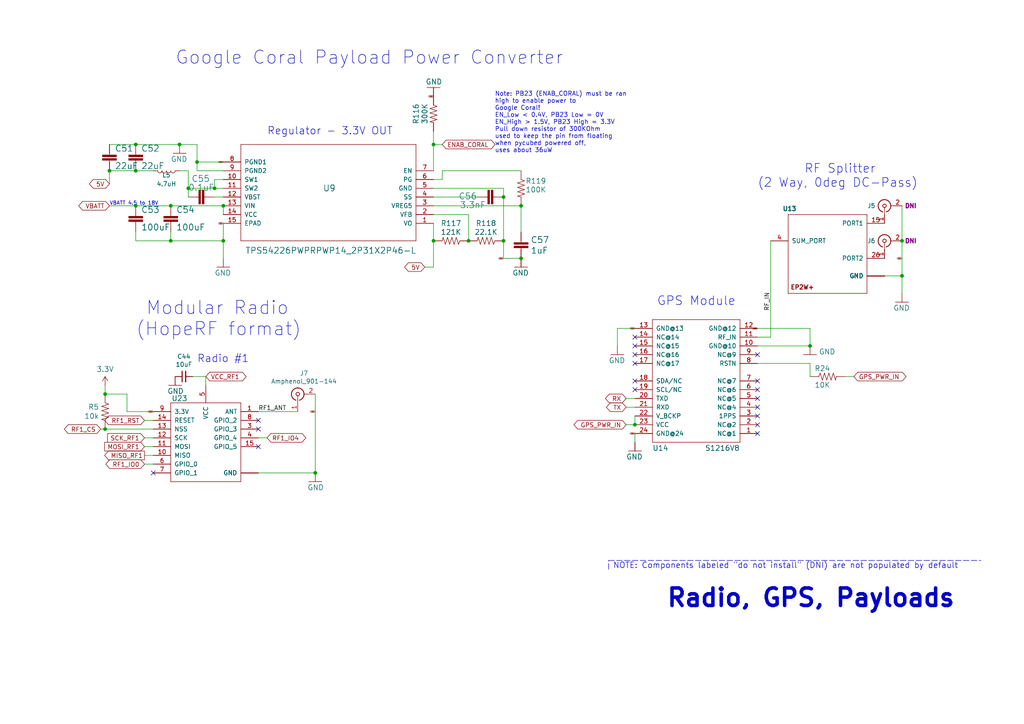
<source format=kicad_sch>
(kicad_sch (version 20211123) (generator eeschema)
  (paper "A4")
  (title_block (title "PyCubed Mainboard") (date "2021-06-09") (rev "v05c") (company "Max Holliday"))
  (lib_symbols
    (symbol "Connector:Conn_Coaxial" (pin_names (offset 1.016) hide)
      (property "Reference" "J" (at 0.254 3.048 0))
      (property "Value" "Conn_Coaxial" (at 2.921 0 90))
      (symbol "Conn_Coaxial_0_1"
        (arc (start -1.778 -0.508) (mid 0.2311 -1.8066) (end 1.778 0) (stroke (width 0.254)))
        (polyline (pts (xy -2.54 0) (xy -0.508 0)))
        (polyline (pts (xy 0 -2.54) (xy 0 -1.778)))
        (circle (center 0 0) (radius 0.508) (stroke (width 0.2032)))
        (arc (start 1.778 0) (mid 0.2099 1.8101) (end -1.778 0.508) (stroke (width 0.254)))
      )
      (symbol "Conn_Coaxial_1_1"
        (pin passive line (at -5.08 0 0) (length 2.54) (name "In") (number "1"))
        (pin passive line (at 0 -5.08 90) (length 2.54) (name "Ext") (number "2"))
      )
    )
    (symbol "Device:C_Small" (pin_numbers hide) (pin_names (offset 0.254) hide)
      (property "Reference" "C" (at 0.254 1.778 0))
      (property "Value" "C_Small" (at 0.254 -2.032 0))
      (symbol "C_Small_0_1"
        (polyline (pts (xy -1.524 -0.508) (xy 1.524 -0.508)) (stroke (width 0.3302)))
        (polyline (pts (xy -1.524 0.508) (xy 1.524 0.508)) (stroke (width 0.3048)))
      )
      (symbol "C_Small_1_1"
        (pin passive line (at 0 2.54 270) (length 2.032) (name "~") (number "1"))
        (pin passive line (at 0 -2.54 90) (length 2.032) (name "~") (number "2"))
      )
    )
    (symbol "Device:L" (pin_numbers hide) (pin_names (offset 1.016) hide)
      (property "Reference" "L" (at -1.27 0 90))
      (property "Value" "L" (at 1.905 0 90))
      (symbol "L_0_1"
        (arc (start 0 -2.54) (mid 0.635 -1.905) (end 0 -1.27))
        (arc (start 0 -1.27) (mid 0.635 -0.635) (end 0 0))
        (arc (start 0 0) (mid 0.635 0.635) (end 0 1.27))
        (arc (start 0 1.27) (mid 0.635 1.905) (end 0 2.54))
      )
      (symbol "L_1_1"
        (pin passive line (at 0 3.81 270) (length 1.27) (name "1") (number "1"))
        (pin passive line (at 0 -3.81 90) (length 1.27) (name "2") (number "2"))
      )
    )
    (symbol "mainboard:1.0UF-0603-16V-10%" (pin_names (offset 1.016))
      (property "Reference" "C" (at 1.524 2.921 0))
      (property "Value" "1.0UF-0603-16V-10%" (at 1.524 -2.159 0))
      (symbol "1.0UF-0603-16V-10%_1_0"
        (rectangle (start -2.032 0.508) (end 2.032 1.016) (fill (type outline)))
        (rectangle (start -2.032 1.524) (end 2.032 2.032) (fill (type outline)))
        (polyline (pts (xy 0 0) (xy 0 0.508)))
        (polyline (pts (xy 0 2.54) (xy 0 2.032)))
        (pin passive line (at 0 5.08 270) (length 2.54) (name "1") (number "1"))
        (pin passive line (at 0 -2.54 90) (length 2.54) (name "2") (number "2"))
      )
    )
    (symbol "mainboard:10KOHM-1_10W-1%(0603)0603" (pin_names (offset 1.016))
      (property "Reference" "R" (at -3.81 1.4986 0))
      (property "Value" "10KOHM-1_10W-1%(0603)0603" (at -3.81 -3.302 0))
      (symbol "10KOHM-1_10W-1%(0603)0603_1_0"
        (polyline (pts (xy -2.54 0) (xy -2.159 1.016)))
        (polyline (pts (xy -2.159 1.016) (xy -1.524 -1.016)))
        (polyline (pts (xy -1.524 -1.016) (xy -0.889 1.016)))
        (polyline (pts (xy -0.889 1.016) (xy -0.254 -1.016)))
        (polyline (pts (xy -0.254 -1.016) (xy 0.381 1.016)))
        (polyline (pts (xy 0.381 1.016) (xy 1.016 -1.016)))
        (polyline (pts (xy 1.016 -1.016) (xy 1.651 1.016)))
        (polyline (pts (xy 1.651 1.016) (xy 2.286 -1.016)))
        (polyline (pts (xy 2.286 -1.016) (xy 2.54 0)))
        (pin passive line (at -5.08 0 0) (length 2.54) (name "1") (number "1"))
        (pin passive line (at 5.08 0 180) (length 2.54) (name "2") (number "2"))
      )
    )
    (symbol "mainboard:22UF-0805-6.3V-20%" (pin_names (offset 1.016))
      (property "Reference" "C" (at 1.524 2.921 0))
      (property "Value" "22UF-0805-6.3V-20%" (at 1.524 -2.159 0))
      (symbol "22UF-0805-6.3V-20%_1_0"
        (rectangle (start -2.032 0.508) (end 2.032 1.016) (fill (type outline)))
        (rectangle (start -2.032 1.524) (end 2.032 2.032) (fill (type outline)))
        (polyline (pts (xy 0 0) (xy 0 0.508)))
        (polyline (pts (xy 0 2.54) (xy 0 2.032)))
        (pin passive line (at 0 5.08 270) (length 2.54) (name "1") (number "1"))
        (pin passive line (at 0 -2.54 90) (length 2.54) (name "2") (number "2"))
      )
    )
    (symbol "mainboard:22UF-1210-16V-20%" (pin_names (offset 1.016))
      (property "Reference" "C" (at 1.524 2.921 0))
      (property "Value" "22UF-1210-16V-20%" (at 1.524 -2.159 0))
      (symbol "22UF-1210-16V-20%_1_0"
        (rectangle (start -2.032 0.508) (end 2.032 1.016) (fill (type outline)))
        (rectangle (start -2.032 1.524) (end 2.032 2.032) (fill (type outline)))
        (polyline (pts (xy 0 0) (xy 0 0.508)))
        (polyline (pts (xy 0 2.54) (xy 0 2.032)))
        (pin passive line (at 0 5.08 270) (length 2.54) (name "1") (number "1"))
        (pin passive line (at 0 -2.54 90) (length 2.54) (name "2") (number "2"))
      )
    )
    (symbol "mainboard:3.3NF-0603-100V-10%" (pin_names (offset 1.016))
      (property "Reference" "C" (at 1.524 2.921 0))
      (property "Value" "3.3NF-0603-100V-10%" (at 1.524 -2.159 0))
      (symbol "3.3NF-0603-100V-10%_1_0"
        (rectangle (start -2.032 0.508) (end 2.032 1.016) (fill (type outline)))
        (rectangle (start -2.032 1.524) (end 2.032 2.032) (fill (type outline)))
        (polyline (pts (xy 0 0) (xy 0 0.508)))
        (polyline (pts (xy 0 2.54) (xy 0 2.032)))
        (pin passive line (at 0 5.08 270) (length 2.54) (name "1") (number "1"))
        (pin passive line (at 0 -2.54 90) (length 2.54) (name "2") (number "2"))
      )
    )
    (symbol "mainboard:3.3V" (power) (pin_names (offset 1.016))
      (property "Value" "3.3V" (at -1.016 3.556 0))
      (symbol "3.3V_1_0"
        (polyline (pts (xy 0 2.54) (xy -0.762 1.27)))
        (polyline (pts (xy 0.762 1.27) (xy 0 2.54)))
        (pin power_in line (at 0 0 90) (length 2.54) (name "3.3V") (number "1"))
      )
    )
    (symbol "mainboard:EP2W+" (pin_names (offset 1.016))
      (property "Reference" "U" (at -7.62 10.16 0))
      (symbol "EP2W+_1_0"
        (polyline (pts (xy -12.7 -15.24) (xy -12.7 7.62)))
        (polyline (pts (xy -12.7 7.62) (xy 10.16 7.62)))
        (polyline (pts (xy 10.16 -15.24) (xy -12.7 -15.24)))
        (polyline (pts (xy 10.16 7.62) (xy 10.16 -15.24)))
        (text "EP2W+" (at -5.08 -12.7 0) (effects (font (size 1.27 1.27) bold) (justify right top)))
        (pin bidirectional line (at 15.24 -10.16 180) (length 5.08) (name "GND") (number "1"))
        (pin bidirectional line (at 15.24 -10.16 180) (length 5.08) (name "GND") (number "10"))
        (pin bidirectional line (at 15.24 -10.16 180) (length 5.08) (name "GND") (number "11"))
        (pin bidirectional line (at 15.24 -10.16 180) (length 5.08) (name "GND") (number "12"))
        (pin bidirectional line (at 15.24 -10.16 180) (length 5.08) (name "GND") (number "13"))
        (pin bidirectional line (at 15.24 -10.16 180) (length 5.08) (name "GND") (number "14"))
        (pin bidirectional line (at 15.24 5.08 180) (length 5.08) (name "PORT1") (number "15"))
        (pin bidirectional line (at 15.24 -10.16 180) (length 5.08) (name "GND") (number "16"))
        (pin bidirectional line (at 15.24 -10.16 180) (length 5.08) (name "GND") (number "17"))
        (pin bidirectional line (at 15.24 -10.16 180) (length 5.08) (name "GND") (number "18"))
        (pin bidirectional line (at 15.24 -10.16 180) (length 5.08) (name "GND") (number "19"))
        (pin bidirectional line (at 15.24 -10.16 180) (length 5.08) (name "GND") (number "2"))
        (pin bidirectional line (at 15.24 -10.16 180) (length 5.08) (name "GND") (number "20"))
        (pin bidirectional line (at 15.24 -10.16 180) (length 5.08) (name "GND") (number "21"))
        (pin bidirectional line (at 15.24 -10.16 180) (length 5.08) (name "GND") (number "22"))
        (pin bidirectional line (at 15.24 -10.16 180) (length 5.08) (name "GND") (number "23"))
        (pin bidirectional line (at 15.24 -10.16 180) (length 5.08) (name "GND") (number "24"))
        (pin bidirectional line (at 15.24 -10.16 180) (length 5.08) (name "GND") (number "25"))
        (pin bidirectional line (at 15.24 -5.08 180) (length 5.08) (name "PORT2") (number "26"))
        (pin bidirectional line (at 15.24 -10.16 180) (length 5.08) (name "GND") (number "27"))
        (pin bidirectional line (at 15.24 -10.16 180) (length 5.08) (name "GND") (number "28"))
        (pin bidirectional line (at 15.24 -10.16 180) (length 5.08) (name "GND") (number "29"))
        (pin bidirectional line (at 15.24 -10.16 180) (length 5.08) (name "GND") (number "3"))
        (pin bidirectional line (at 15.24 -10.16 180) (length 5.08) (name "GND") (number "30"))
        (pin bidirectional line (at 15.24 -10.16 180) (length 5.08) (name "GND") (number "31"))
        (pin bidirectional line (at 15.24 -10.16 180) (length 5.08) (name "GND") (number "32"))
        (pin bidirectional line (at -17.78 0 0) (length 5.08) (name "SUM_PORT") (number "4"))
        (pin bidirectional line (at 15.24 -10.16 180) (length 5.08) (name "GND") (number "5"))
        (pin bidirectional line (at 15.24 -10.16 180) (length 5.08) (name "GND") (number "6"))
        (pin bidirectional line (at 15.24 -10.16 180) (length 5.08) (name "GND") (number "7"))
        (pin bidirectional line (at 15.24 -10.16 180) (length 5.08) (name "GND") (number "8"))
        (pin bidirectional line (at 15.24 -10.16 180) (length 5.08) (name "GND") (number "9"))
        (pin bidirectional line (at 15.24 -10.16 180) (length 5.08) (name "GND") (number "EP"))
      )
    )
    (symbol "mainboard:GND" (power) (pin_names (offset 1.016))
      (property "Value" "GND" (at -2.54 -2.54 0))
      (symbol "GND_1_0"
        (polyline (pts (xy -1.905 0) (xy 1.905 0)))
        (pin power_in line (at 0 2.54 270) (length 2.54) (name "GND") (number "1"))
      )
    )
    (symbol "mainboard:R-US_R0603" (pin_names (offset 1.016))
      (property "Reference" "R" (at -3.81 1.4986 0))
      (property "Value" "R-US_R0603" (at -3.81 -3.302 0))
      (symbol "R-US_R0603_1_0"
        (polyline (pts (xy -2.54 0) (xy -2.159 1.016)))
        (polyline (pts (xy -2.159 1.016) (xy -1.524 -1.016)))
        (polyline (pts (xy -1.524 -1.016) (xy -0.889 1.016)))
        (polyline (pts (xy -0.889 1.016) (xy -0.254 -1.016)))
        (polyline (pts (xy -0.254 -1.016) (xy 0.381 1.016)))
        (polyline (pts (xy 0.381 1.016) (xy 1.016 -1.016)))
        (polyline (pts (xy 1.016 -1.016) (xy 1.651 1.016)))
        (polyline (pts (xy 1.651 1.016) (xy 2.286 -1.016)))
        (polyline (pts (xy 2.286 -1.016) (xy 2.54 0)))
        (pin passive line (at -5.08 0 0) (length 2.54) (name "1") (number "1"))
        (pin passive line (at 5.08 0 180) (length 2.54) (name "2") (number "2"))
      )
    )
    (symbol "mainboard:RFM98PW" (pin_names (offset 1.016))
      (property "Reference" "U" (at -7.62 10.16 0))
      (symbol "RFM98PW_0_0"
        (pin bidirectional line (at 17.78 -10.16 180) (length 5.08) hide (name "GND") (number "17"))
        (pin bidirectional line (at 2.54 15.24 270) (length 5.08) (name "VCC") (number "5"))
      )
      (symbol "RFM98PW_1_0"
        (polyline (pts (xy -7.62 -12.7) (xy -7.62 10.16)))
        (polyline (pts (xy -7.62 10.16) (xy 12.7 10.16)))
        (polyline (pts (xy 12.7 -12.7) (xy -7.62 -12.7)))
        (polyline (pts (xy 12.7 10.16) (xy 12.7 -12.7)))
        (pin bidirectional line (at 17.78 7.62 180) (length 5.08) (name "ANT") (number "1"))
        (pin bidirectional line (at -12.7 -5.08 0) (length 5.08) (name "MISO") (number "10"))
        (pin bidirectional line (at -12.7 -2.54 0) (length 5.08) (name "MOSI") (number "11"))
        (pin bidirectional line (at -12.7 0 0) (length 5.08) (name "SCK") (number "12"))
        (pin bidirectional line (at -12.7 2.54 0) (length 5.08) (name "NSS") (number "13"))
        (pin bidirectional line (at -12.7 5.08 0) (length 5.08) (name "RESET") (number "14"))
        (pin bidirectional line (at 17.78 -2.54 180) (length 5.08) (name "GPIO_5") (number "15"))
        (pin bidirectional line (at 17.78 -10.16 180) (length 5.08) (name "GND") (number "16"))
        (pin bidirectional line (at 17.78 -10.16 180) (length 5.08) (name "GND") (number "2"))
        (pin bidirectional line (at 17.78 2.54 180) (length 5.08) (name "GPIO_3") (number "3"))
        (pin bidirectional line (at 17.78 0 180) (length 5.08) (name "GPIO_4") (number "4"))
        (pin bidirectional line (at -12.7 -7.62 0) (length 5.08) (name "GPIO_0") (number "6"))
        (pin bidirectional line (at -12.7 -10.16 0) (length 5.08) (name "GPIO_1") (number "7"))
        (pin bidirectional line (at 17.78 5.08 180) (length 5.08) (name "GPIO_2") (number "8"))
        (pin power_in line (at -12.7 7.62 0) (length 5.08) (name "3.3V") (number "9"))
      )
    )
    (symbol "mainboard:S1216V8" (pin_names (offset 1.016))
      (property "Reference" "U14" (at -12.7 -20.32 0))
      (property "Value" "S1216V8" (at 2.54 -20.32 0))
      (symbol "S1216V8_1_0"
        (polyline (pts (xy -12.7 -17.78) (xy 12.7 -17.78)))
        (polyline (pts (xy -12.7 17.78) (xy -12.7 -17.78)))
        (polyline (pts (xy 12.7 -17.78) (xy 12.7 17.78)))
        (polyline (pts (xy 12.7 17.78) (xy -12.7 17.78)))
        (pin bidirectional line (at 17.78 -15.24 180) (length 5.08) (name "NC@1") (number "1"))
        (pin bidirectional line (at 17.78 10.16 180) (length 5.08) (name "GND@10") (number "10"))
        (pin bidirectional line (at 17.78 12.7 180) (length 5.08) (name "RF_IN") (number "11"))
        (pin bidirectional line (at 17.78 15.24 180) (length 5.08) (name "GND@12") (number "12"))
        (pin bidirectional line (at -17.78 15.24 0) (length 5.08) (name "GND@13") (number "13"))
        (pin bidirectional line (at -17.78 12.7 0) (length 5.08) (name "NC@14") (number "14"))
        (pin bidirectional line (at -17.78 10.16 0) (length 5.08) (name "NC@15") (number "15"))
        (pin bidirectional line (at -17.78 7.62 0) (length 5.08) (name "NC@16") (number "16"))
        (pin bidirectional line (at -17.78 5.08 0) (length 5.08) (name "NC@17") (number "17"))
        (pin bidirectional line (at -17.78 0 0) (length 5.08) (name "SDA/NC") (number "18"))
        (pin bidirectional line (at -17.78 -2.54 0) (length 5.08) (name "SCL/NC") (number "19"))
        (pin bidirectional line (at 17.78 -12.7 180) (length 5.08) (name "NC@2") (number "2"))
        (pin bidirectional line (at -17.78 -5.08 0) (length 5.08) (name "TXD") (number "20"))
        (pin bidirectional line (at -17.78 -7.62 0) (length 5.08) (name "RXD") (number "21"))
        (pin bidirectional line (at -17.78 -10.16 0) (length 5.08) (name "V_BCKP") (number "22"))
        (pin bidirectional line (at -17.78 -12.7 0) (length 5.08) (name "VCC") (number "23"))
        (pin bidirectional line (at -17.78 -15.24 0) (length 5.08) (name "GND@24") (number "24"))
        (pin bidirectional line (at 17.78 -10.16 180) (length 5.08) (name "1PPS") (number "3"))
        (pin bidirectional line (at 17.78 -7.62 180) (length 5.08) (name "NC@4") (number "4"))
        (pin bidirectional line (at 17.78 -5.08 180) (length 5.08) (name "NC@5") (number "5"))
        (pin bidirectional line (at 17.78 -2.54 180) (length 5.08) (name "NC@6") (number "6"))
        (pin bidirectional line (at 17.78 0 180) (length 5.08) (name "NC@7") (number "7"))
        (pin bidirectional line (at 17.78 5.08 180) (length 5.08) (name "RSTN") (number "8"))
        (pin bidirectional line (at 17.78 7.62 180) (length 5.08) (name "NC@9") (number "9"))
      )
    )
    (symbol "mainboard:TPS54226PWPRPWP14_2P31X2P46-L" (pin_names (offset 1.016))
      (property "Reference" "U" (at 28.2956 9.1186 0))
      (property "Value" "TPS54226PWPRPWP14_2P31X2P46-L" (at 27.6606 6.5786 0))
      (symbol "TPS54226PWPRPWP14_2P31X2P46-L_1_0"
        (polyline (pts (xy 7.62 -22.86) (xy 58.42 -22.86)))
        (polyline (pts (xy 7.62 5.08) (xy 7.62 -22.86)))
        (polyline (pts (xy 58.42 -22.86) (xy 58.42 5.08)))
        (polyline (pts (xy 58.42 5.08) (xy 7.62 5.08)))
        (pin output line (at 2.54 0 0) (length 5.08) (name "VO") (number "1"))
        (pin passive line (at 63.5 -12.7 180) (length 5.08) (name "SW1") (number "10"))
        (pin passive line (at 63.5 -10.16 180) (length 5.08) (name "SW2") (number "11"))
        (pin input line (at 63.5 -7.62 180) (length 5.08) (name "VBST") (number "12"))
        (pin input line (at 63.5 -5.08 180) (length 5.08) (name "VIN") (number "13"))
        (pin input line (at 63.5 -2.54 180) (length 5.08) (name "VCC") (number "14"))
        (pin passive line (at 63.5 0 180) (length 5.08) (name "EPAD") (number "15"))
        (pin input line (at 2.54 -2.54 0) (length 5.08) (name "VFB") (number "2"))
        (pin output line (at 2.54 -5.08 0) (length 5.08) (name "VREG5") (number "3"))
        (pin passive line (at 2.54 -7.62 0) (length 5.08) (name "SS") (number "4"))
        (pin power_in line (at 2.54 -10.16 0) (length 5.08) (name "GND") (number "5"))
        (pin output line (at 2.54 -12.7 0) (length 5.08) (name "PG") (number "6"))
        (pin input line (at 2.54 -15.24 0) (length 5.08) (name "EN") (number "7"))
        (pin power_in line (at 63.5 -17.78 180) (length 5.08) (name "PGND1") (number "8"))
        (pin power_in line (at 63.5 -15.24 180) (length 5.08) (name "PGND2") (number "9"))
      )
    )
  )
  (junction (at 30.48 114.3))
  (junction (at 91.44 137.16))
  (junction (at 49.53 59.69))
  (junction (at 261.62 69.85))
  (junction (at 31.75 49.53))
  (junction (at 234.95 100.33))
  (junction (at 39.37 41.91))
  (junction (at 135.89 69.85))
  (junction (at 64.77 59.69))
  (junction (at 125.73 41.91))
  (junction (at 52.07 41.91))
  (junction (at 30.48 124.46))
  (junction (at 151.13 59.69))
  (junction (at 184.15 123.19))
  (junction (at 146.05 57.15))
  (junction (at 54.61 54.61))
  (junction (at 39.37 49.53))
  (junction (at 151.13 74.93))
  (junction (at 39.37 59.69))
  (junction (at 64.77 69.85))
  (junction (at 49.53 69.85))
  (junction (at 62.23 54.61))
  (junction (at 57.15 46.99))
  (junction (at 261.62 80.01))
  (junction (at 146.05 69.85))
  (junction (at 125.73 69.85))
  (no_connect (at 74.93 129.54))
  (no_connect (at 219.71 102.87))
  (no_connect (at 44.45 137.16))
  (no_connect (at 74.93 124.46))
  (no_connect (at 184.15 113.03))
  (no_connect (at 219.71 118.11))
  (no_connect (at 184.15 100.33))
  (no_connect (at 219.71 120.65))
  (no_connect (at 74.93 121.92))
  (no_connect (at 219.71 125.73))
  (no_connect (at 219.71 113.03))
  (no_connect (at 184.15 110.49))
  (no_connect (at 184.15 97.79))
  (no_connect (at 219.71 110.49))
  (no_connect (at 184.15 102.87))
  (no_connect (at 219.71 115.57))
  (no_connect (at 184.15 105.41))
  (no_connect (at 219.71 123.19))
  (wire (pts (xy 125.73 41.91) (xy 128.27 41.91)))
  (wire (pts (xy 64.77 69.85) (xy 64.77 74.93)))
  (wire (pts (xy 74.93 137.16) (xy 91.44 137.16)))
  (wire (pts (xy 52.07 49.53) (xy 54.61 49.53)))
  (wire (pts (xy 261.62 80.01) (xy 261.62 85.09)))
  (wire (pts (xy 151.13 49.53) (xy 128.27 49.53)))
  (wire (pts (xy 135.89 62.23) (xy 135.89 69.85)))
  (wire (pts (xy 57.15 49.53) (xy 64.77 49.53)))
  (wire (pts (xy 29.21 124.46) (xy 30.48 124.46)))
  (wire (pts (xy 39.37 49.53) (xy 44.45 49.53)))
  (wire (pts (xy 36.83 119.38) (xy 36.83 114.3)))
  (wire (pts (xy 184.15 123.19) (xy 184.15 120.65)))
  (wire (pts (xy 125.73 38.1) (xy 125.73 41.91)))
  (wire (pts (xy 261.62 59.69) (xy 261.62 69.85)))
  (wire (pts (xy 30.48 114.3) (xy 30.48 111.76)))
  (wire (pts (xy 256.54 80.01) (xy 261.62 80.01)))
  (wire (pts (xy 184.15 118.11) (xy 181.61 118.11)))
  (wire (pts (xy 184.15 123.19) (xy 181.61 123.19)))
  (wire (pts (xy 146.05 74.93) (xy 146.05 69.85)))
  (wire (pts (xy 125.73 57.15) (xy 138.43 57.15)))
  (wire (pts (xy 54.61 54.61) (xy 54.61 49.53)))
  (wire (pts (xy 234.95 100.33) (xy 219.71 100.33)))
  (wire (pts (xy 39.37 59.69) (xy 49.53 59.69)))
  (wire (pts (xy 62.23 54.61) (xy 54.61 54.61)))
  (wire (pts (xy 39.37 41.91) (xy 52.07 41.91)))
  (polyline (pts (xy 176.53 162.56) (xy 284.48 162.56)))
  (wire (pts (xy 49.53 69.85) (xy 64.77 69.85)))
  (wire (pts (xy 30.48 124.46) (xy 44.45 124.46)))
  (wire (pts (xy 125.73 59.69) (xy 151.13 59.69)))
  (wire (pts (xy 223.52 69.85) (xy 223.52 97.79)))
  (wire (pts (xy 151.13 59.69) (xy 151.13 67.31)))
  (wire (pts (xy 59.69 109.22) (xy 55.88 109.22)))
  (wire (pts (xy 62.23 54.61) (xy 62.23 52.07)))
  (wire (pts (xy 52.07 41.91) (xy 57.15 41.91)))
  (wire (pts (xy 77.47 127) (xy 74.93 127)))
  (wire (pts (xy 31.75 49.53) (xy 39.37 49.53)))
  (wire (pts (xy 245.11 109.22) (xy 247.65 109.22)))
  (wire (pts (xy 184.15 95.25) (xy 179.07 95.25)))
  (wire (pts (xy 219.71 105.41) (xy 234.95 105.41)))
  (wire (pts (xy 54.61 57.15) (xy 54.61 54.61)))
  (wire (pts (xy 39.37 69.85) (xy 49.53 69.85)))
  (wire (pts (xy 59.69 109.22) (xy 59.69 111.76)))
  (wire (pts (xy 128.27 52.07) (xy 125.73 52.07)))
  (wire (pts (xy 64.77 54.61) (xy 62.23 54.61)))
  (wire (pts (xy 125.73 62.23) (xy 135.89 62.23)))
  (wire (pts (xy 31.75 41.91) (xy 39.37 41.91)))
  (wire (pts (xy 41.91 134.62) (xy 44.45 134.62)))
  (wire (pts (xy 57.15 46.99) (xy 57.15 49.53)))
  (wire (pts (xy 74.93 119.38) (xy 86.36 119.38)))
  (wire (pts (xy 125.73 77.47) (xy 123.19 77.47)))
  (wire (pts (xy 64.77 52.07) (xy 62.23 52.07)))
  (wire (pts (xy 49.53 59.69) (xy 64.77 59.69)))
  (wire (pts (xy 184.15 115.57) (xy 181.61 115.57)))
  (wire (pts (xy 49.53 69.85) (xy 49.53 67.31)))
  (wire (pts (xy 146.05 74.93) (xy 151.13 74.93)))
  (wire (pts (xy 125.73 49.53) (xy 125.73 41.91)))
  (wire (pts (xy 44.45 129.54) (xy 41.91 129.54)))
  (wire (pts (xy 44.45 121.92) (xy 41.91 121.92)))
  (wire (pts (xy 146.05 54.61) (xy 146.05 57.15)))
  (wire (pts (xy 219.71 95.25) (xy 234.95 95.25)))
  (wire (pts (xy 146.05 57.15) (xy 146.05 69.85)))
  (wire (pts (xy 44.45 119.38) (xy 36.83 119.38)))
  (wire (pts (xy 64.77 64.77) (xy 64.77 69.85)))
  (wire (pts (xy 36.83 114.3) (xy 30.48 114.3)))
  (wire (pts (xy 44.45 132.08) (xy 41.91 132.08)))
  (wire (pts (xy 128.27 49.53) (xy 128.27 52.07)))
  (wire (pts (xy 234.95 95.25) (xy 234.95 100.33)))
  (wire (pts (xy 219.71 97.79) (xy 223.52 97.79)))
  (wire (pts (xy 39.37 59.69) (xy 31.75 59.69)))
  (wire (pts (xy 64.77 57.15) (xy 62.23 57.15)))
  (wire (pts (xy 57.15 41.91) (xy 57.15 46.99)))
  (wire (pts (xy 125.73 64.77) (xy 125.73 69.85)))
  (wire (pts (xy 44.45 127) (xy 41.91 127)))
  (wire (pts (xy 39.37 69.85) (xy 39.37 67.31)))
  (wire (pts (xy 125.73 54.61) (xy 146.05 54.61)))
  (wire (pts (xy 64.77 46.99) (xy 57.15 46.99)))
  (wire (pts (xy 179.07 95.25) (xy 179.07 100.33)))
  (wire (pts (xy 91.44 114.3) (xy 91.44 137.16)))
  (wire (pts (xy 64.77 62.23) (xy 64.77 59.69)))
  (wire (pts (xy 125.73 69.85) (xy 125.73 77.47)))
  (wire (pts (xy 234.95 105.41) (xy 234.95 109.22)))
  (polyline (pts (xy 176.53 165.1) (xy 176.53 162.56)))
  (wire (pts (xy 31.75 53.34) (xy 31.75 49.53)))
  (wire (pts (xy 184.15 125.73) (xy 184.15 128.27)))
  (wire (pts (xy 261.62 69.85) (xy 261.62 80.01)))
  (text "GPS Module" (at 190.5 88.9 0) (effects (font (size 2.54 2.54)) (justify left bottom)))
  (text "Radio #1" (at 57.15 105.41 0) (effects (font (size 2.159 2.159)) (justify left bottom)))
  (text "VBATT 4.5 to 18V" (at 31.75 59.69 0) (effects (font (size 1.0668 1.0668)) (justify left bottom)))
  (text "Note: PB23 (ENAB_CORAL) must be ran \nhigh to enable power to \nGoogle Coral!\nEN_Low < 0.4V, PB23 Low = 0V\nEN_High > 1.5V, PB23 High = 3.3V\nPull down resistor of 300KOhm \nused to keep the pin from floating\nwhen pycubed powered off, \nuses about 36uW " (at 143.51 44.45 0) (effects (font (size 1.27 1.27)) (justify left bottom)))
  (text " Modular Radio \n(HopeRF format)" (at 39.37 97.79 0) (effects (font (size 3.81 3.81)) (justify left bottom)))
  (text "       RF Splitter \n(2 Way, 0deg DC-Pass)" (at 219.71 54.61 0) (effects (font (size 2.54 2.54)) (justify left bottom)))
  (text "Google Coral Payload Power Converter" (at 50.8 19.05 0) (effects (font (size 3.81 3.81)) (justify left bottom)))
  (text "NOTE: Components labeled \"do not install\" (DNI) are not populated by default" (at 177.8 165.1 0) (effects (font (size 1.651 1.651)) (justify left bottom)))
  (text "Regulator - 3.3V OUT" (at 77.47 39.37 0) (effects (font (size 2.159 2.159)) (justify left bottom)))
  (text "Radio, GPS, Payloads" (at 193.04 176.53 0) (effects (font (size 5.08 5.08) (thickness 1.016) bold) (justify left bottom)))
  (label "RF_IN" (at 223.52 90.17 90))
  (label "RF1_ANT" (at 74.93 119.38 0))
  (global_label "RF1_IO4" (shape bidirectional) (at 77.47 127 0) (property "Intersheet References" "${INTERSHEET_REFS}" (effects hide)))
  (global_label "GND" (shape bidirectional) (at 261.62 74.93 180) (effects (font (size 0.254 0.254))) (property "Intersheet References" "${INTERSHEET_REFS}" (effects hide)))
  (global_label "GND" (shape bidirectional) (at 64.77 64.77 180) (effects (font (size 0.254 0.254))) (property "Intersheet References" "${INTERSHEET_REFS}" (effects hide)))
  (global_label "RX" (shape bidirectional) (at 181.61 115.57 180) (property "Intersheet References" "${INTERSHEET_REFS}" (effects hide)))
  (global_label "MOSI_RF1" (shape input) (at 41.91 129.54 180) (property "Intersheet References" "${INTERSHEET_REFS}" (effects hide)))
  (global_label "TX" (shape bidirectional) (at 181.61 118.11 180) (property "Intersheet References" "${INTERSHEET_REFS}" (effects hide)))
  (global_label "RF1_IO0" (shape bidirectional) (at 41.91 134.62 180) (property "Intersheet References" "${INTERSHEET_REFS}" (effects hide)))
  (global_label "GND" (shape bidirectional) (at 219.71 95.25 180) (effects (font (size 0.254 0.254))) (property "Intersheet References" "${INTERSHEET_REFS}" (effects hide)))
  (global_label "GND" (shape bidirectional) (at 125.73 27.94 180) (effects (font (size 0.254 0.254))) (property "Intersheet References" "${INTERSHEET_REFS}" (effects hide)))
  (global_label "VCC_RF1" (shape bidirectional) (at 59.69 109.22 0) (property "Intersheet References" "${INTERSHEET_REFS}" (effects hide)))
  (global_label "RF1_RST" (shape bidirectional) (at 41.91 121.92 180) (property "Intersheet References" "${INTERSHEET_REFS}" (effects hide)))
  (global_label "SCK_RF1" (shape input) (at 41.91 127 180) (property "Intersheet References" "${INTERSHEET_REFS}" (effects hide)))
  (global_label "GPS_PWR_IN" (shape bidirectional) (at 181.61 123.19 180) (property "Intersheet References" "${INTERSHEET_REFS}" (effects hide)))
  (global_label "GND" (shape bidirectional) (at 64.77 46.99 180) (effects (font (size 0.254 0.254))) (property "Intersheet References" "${INTERSHEET_REFS}" (effects hide)))
  (global_label "GND" (shape bidirectional) (at 91.44 119.38 180) (effects (font (size 0.254 0.254))) (property "Intersheet References" "${INTERSHEET_REFS}" (effects hide)))
  (global_label "5V" (shape bidirectional) (at 31.75 53.34 180) (property "Intersheet References" "${INTERSHEET_REFS}" (effects hide)))
  (global_label "MISO_RF1" (shape output) (at 41.91 132.08 180) (property "Intersheet References" "${INTERSHEET_REFS}" (effects hide)))
  (global_label "VBATT" (shape bidirectional) (at 31.75 59.69 180) (property "Intersheet References" "${INTERSHEET_REFS}" (effects hide)))
  (global_label "5V" (shape bidirectional) (at 123.19 77.47 180) (property "Intersheet References" "${INTERSHEET_REFS}" (effects hide)))
  (global_label "RF1_CS" (shape bidirectional) (at 29.21 124.46 180) (property "Intersheet References" "${INTERSHEET_REFS}" (effects hide)))
  (global_label "GND" (shape bidirectional) (at 146.05 74.93 180) (effects (font (size 0.254 0.254))) (property "Intersheet References" "${INTERSHEET_REFS}" (effects hide)))
  (global_label "GND" (shape bidirectional) (at 184.15 125.73 180) (effects (font (size 0.254 0.254))) (property "Intersheet References" "${INTERSHEET_REFS}" (effects hide)))
  (global_label "GND" (shape bidirectional) (at 184.15 95.25 180) (effects (font (size 0.254 0.254))) (property "Intersheet References" "${INTERSHEET_REFS}" (effects hide)))
  (global_label "3.3V" (shape bidirectional) (at 44.45 119.38 180) (effects (font (size 0.254 0.254))) (property "Intersheet References" "${INTERSHEET_REFS}" (effects hide)))
  (global_label "ENAB_CORAL" (shape bidirectional) (at 128.27 41.91 0) (property "Intersheet References" "${INTERSHEET_REFS}" (effects hide)))
  (global_label "GPS_PWR_IN" (shape bidirectional) (at 247.65 109.22 0) (property "Intersheet References" "${INTERSHEET_REFS}" (effects hide)))
  (symbol (lib_id "mainboard:10KOHM-1_10W-1%(0603)0603") (at 240.03 109.22 0) (unit 1)
    (property "Reference" "R24" (at 236.22 107.7214 0) (effects (font (size 1.4986 1.4986)) (justify left bottom)))
    (property "Value" "10K" (at 236.22 112.522 0) (effects (font (size 1.4986 1.4986)) (justify left bottom)))
    (property "Footprint" "Resistor_SMD:R_0603_1608Metric" (effects hide))
    (property "Description" "10K 0603" (effects hide))
  )
  (symbol (lib_id "mainboard:GND") (at 261.62 87.63 0) (unit 1)
    (property "Reference" "#GND044" (effects hide))
    (property "Value" "GND" (at 259.08 90.17 0) (effects (font (size 1.4986 1.4986)) (justify left bottom)))
  )
  (symbol (lib_id "Connector:Conn_Coaxial") (at 256.54 59.69 90) (unit 1)
    (property "Reference" "J5" (at 252.73 59.69 90))
    (property "Value" "Amphenol_901-144" (effects hide))
    (property "Footprint" "mainboard:SMA_901-144-horizontal" (effects hide))
    (property "Datasheet" "https://www.amphenolrf.com/library/download/link/link_id/593640/parent/901-144/" (effects hide))
    (property "DNI" "DNI" (at 264.16 59.69 90) (effects (font bold)))
    (property "Description" "Amphenol RF SMA " (effects hide))
    (property "Flight" "901-144" (effects hide))
    (property "Manufacturer_Name" "Amphenol" (effects hide))
    (property "Manufacturer_Part_Number" "901-144" (effects hide))
    (property "Proto" "901-144" (effects hide))
  )
  (symbol (lib_id "Connector:Conn_Coaxial") (at 256.54 69.85 90) (unit 1)
    (property "Reference" "J6" (at 252.73 69.85 90))
    (property "Value" "Amphenol_901-144" (effects hide))
    (property "Footprint" "mainboard:SMA_901-144-horizontal" (effects hide))
    (property "Datasheet" "https://www.amphenolrf.com/library/download/link/link_id/593640/parent/901-144/" (effects hide))
    (property "DNI" "DNI" (at 264.16 69.85 90) (effects (font bold)))
    (property "Description" "Amphenol RF SMA " (effects hide))
    (property "Flight" "901-144" (effects hide))
    (property "Manufacturer_Name" "Amphenol" (effects hide))
    (property "Manufacturer_Part_Number" "901-144" (effects hide))
    (property "Proto" "901-144" (effects hide))
  )
  (symbol (lib_id "Connector:Conn_Coaxial") (at 86.36 114.3 90) (unit 1)
    (property "Reference" "J7" (at 88.1634 108.2802 90))
    (property "Value" "Amphenol_901-144" (at 88.1634 110.5916 90))
    (property "Footprint" "mainboard:SMA_901-144-horizontal" (effects hide))
    (property "Datasheet" "https://www.amphenolrf.com/library/download/link/link_id/593640/parent/901-144/" (effects hide))
    (property "Description" "Amphenol RF SMA " (effects hide))
    (property "Flight" "901-144" (effects hide))
    (property "Manufacturer_Name" "Amphenol" (effects hide))
    (property "Manufacturer_Part_Number" "901-144" (effects hide))
    (property "Proto" "901-144" (effects hide))
  )
  (symbol (lib_id "mainboard:RFM98PW") (at 57.15 127 0) (unit 1)
    (property "Reference" "U23" (at 52.07 115.57 0) (effects (font (size 1.4986 1.4986))))
    (property "Value" "RFM98PW" (effects hide))
    (property "Footprint" "mainboard:RFM95PW" (effects hide))
    (property "Description" "433 MHz 1W Radio" (effects hide))
    (property "Flight" "RFM98PW" (effects hide))
    (property "Manufacturer_Name" "HopeRF" (effects hide))
    (property "Manufacturer_Part_Number" "RFM98PW" (effects hide))
    (property "Proto" "RFM98PW" (effects hide))
  )
  (symbol (lib_id "mainboard:GND") (at 91.44 139.7 0) (mirror y) (unit 1)
    (property "Reference" "#GND0103" (effects hide))
    (property "Value" "GND" (at 93.98 142.24 0) (effects (font (size 1.4986 1.4986)) (justify left bottom)))
  )
  (symbol (lib_id "mainboard:10KOHM-1_10W-1%(0603)0603") (at 30.48 119.38 270) (unit 1)
    (property "Reference" "R5" (at 28.7528 118.0338 90) (effects (font (size 1.4986 1.4986)) (justify right)))
    (property "Value" "10k" (at 28.7528 120.7008 90) (effects (font (size 1.4986 1.4986)) (justify right)))
    (property "Footprint" "Resistor_SMD:R_0603_1608Metric" (effects hide))
    (property "Description" "10k 0603" (effects hide))
  )
  (symbol (lib_id "mainboard:3.3V") (at 30.48 111.76 0) (unit 1)
    (property "Reference" "#SUPPLY0109" (effects hide))
    (property "Value" "3.3V" (at 27.94 107.95 0) (effects (font (size 1.4986 1.4986)) (justify left bottom)))
  )
  (symbol (lib_id "Device:C_Small") (at 53.34 109.22 90) (unit 1)
    (property "Reference" "C44" (at 53.34 103.4034 90))
    (property "Value" "10uF" (at 53.34 105.7148 90))
    (property "Footprint" "Capacitor_SMD:C_0603_1608Metric" (effects hide))
    (property "Description" "10uF +-20% 10V X5R" (effects hide))
  )
  (symbol (lib_id "mainboard:GND") (at 50.8 111.76 0) (mirror y) (unit 1)
    (property "Reference" "#GND036" (effects hide))
    (property "Value" "GND" (at 53.34 114.3 0) (effects (font (size 1.4986 1.4986)) (justify left bottom)))
  )
  (symbol (lib_id "mainboard:TPS54226PWPRPWP14_2P31X2P46-L") (at 128.27 64.77 180) (unit 1)
    (property "Reference" "U9" (at 97.4344 53.5686 0) (effects (font (size 1.7526 1.7526)) (justify left bottom)))
    (property "Value" "TPS54226PWPRPWP14_2P31X2P46-L" (at 71.12 73.66 0) (effects (font (size 1.7526 1.7526)) (justify right top)))
    (property "Footprint" "mainboard:PWP14_2P31X2P46-L" (effects hide))
    (property "Datasheet" "https://www.ti.com/lit/gpn/tps54226" (effects hide))
    (property "Description" "3.3V Switching Regulator" (effects hide))
    (property "Flight" "TPS54226PWPR" (effects hide))
    (property "Manufacturer_Name" "Texas Instruments" (effects hide))
    (property "Manufacturer_Part_Number" "TPS54226PWPR" (effects hide))
    (property "Proto" "TPS54226PWPR" (effects hide))
  )
  (symbol (lib_id "mainboard:22UF-0805-6.3V-20%") (at 39.37 46.99 0) (unit 1)
    (property "Reference" "C52" (at 40.894 44.069 0) (effects (font (size 1.778 1.778)) (justify left bottom)))
    (property "Value" "22uF" (at 40.894 49.149 0) (effects (font (size 1.778 1.778)) (justify left bottom)))
    (property "Footprint" "Capacitor_SMD:C_0603_1608Metric" (effects hide))
    (property "Description" "22uF +-20% 10V X5R" (effects hide))
  )
  (symbol (lib_id "mainboard:22UF-0805-6.3V-20%") (at 31.75 46.99 0) (unit 1)
    (property "Reference" "C51" (at 33.274 44.069 0) (effects (font (size 1.778 1.778)) (justify left bottom)))
    (property "Value" "22uF" (at 33.274 49.149 0) (effects (font (size 1.778 1.778)) (justify left bottom)))
    (property "Footprint" "Capacitor_SMD:C_0603_1608Metric" (effects hide))
    (property "Description" "22uF +-20% 10V X5R" (effects hide))
  )
  (symbol (lib_id "mainboard:1.0UF-0603-16V-10%") (at 59.69 57.15 90) (unit 1)
    (property "Reference" "C55" (at 60.96 50.8 90) (effects (font (size 1.778 1.778)) (justify left bottom)))
    (property "Value" "0.1uF" (at 62.23 53.34 90) (effects (font (size 1.778 1.778)) (justify left bottom)))
    (property "Footprint" "Capacitor_SMD:C_0603_1608Metric" (effects hide))
    (property "Description" "0.1uF +-10% 50V X7R 0603" (effects hide))
  )
  (symbol (lib_id "mainboard:GND") (at 64.77 77.47 0) (unit 1)
    (property "Reference" "#GND035" (effects hide))
    (property "Value" "GND" (at 62.23 80.01 0) (effects (font (size 1.4986 1.4986)) (justify left bottom)))
  )
  (symbol (lib_id "mainboard:R-US_R0603") (at 151.13 54.61 270) (unit 1)
    (property "Reference" "R119" (at 152.4 53.34 90) (effects (font (size 1.4986 1.4986)) (justify left bottom)))
    (property "Value" "100K" (at 152.4 55.88 90) (effects (font (size 1.4986 1.4986)) (justify left bottom)))
    (property "Footprint" "Resistor_SMD:R_0603_1608Metric" (effects hide))
    (property "Description" "100K 0603" (effects hide))
  )
  (symbol (lib_id "mainboard:R-US_R0603") (at 140.97 69.85 180) (unit 1)
    (property "Reference" "R118" (at 140.97 64.77 0) (effects (font (size 1.4986 1.4986))))
    (property "Value" "22.1K" (at 140.97 67.31 0) (effects (font (size 1.4986 1.4986))))
    (property "Footprint" "Resistor_SMD:R_0603_1608Metric" (effects hide))
    (property "Description" "22.1K 0603" (effects hide))
  )
  (symbol (lib_id "mainboard:R-US_R0603") (at 130.81 69.85 180) (unit 1)
    (property "Reference" "R117" (at 130.81 64.77 0) (effects (font (size 1.4986 1.4986))))
    (property "Value" "121K" (at 130.81 67.31 0) (effects (font (size 1.4986 1.4986))))
    (property "Footprint" "Resistor_SMD:R_0603_1608Metric" (effects hide))
    (property "Description" "73.2K 0603" (effects hide))
  )
  (symbol (lib_id "mainboard:3.3NF-0603-100V-10%") (at 143.51 57.15 90) (unit 1)
    (property "Reference" "C56" (at 138.43 55.88 90) (effects (font (size 1.778 1.778)) (justify left bottom)))
    (property "Value" "3.3nF" (at 140.97 58.42 90) (effects (font (size 1.778 1.778)) (justify left bottom)))
    (property "Footprint" "Capacitor_SMD:C_0603_1608Metric" (effects hide))
    (property "Description" "3.3nF +-10% 100V X7R 0603" (effects hide))
  )
  (symbol (lib_id "mainboard:1.0UF-0603-16V-10%") (at 151.13 72.39 0) (unit 1)
    (property "Reference" "C57" (at 153.8732 69.5706 0) (effects (font (size 1.778 1.778)) (justify left)))
    (property "Value" "1uF" (at 153.8732 72.644 0) (effects (font (size 1.778 1.778)) (justify left)))
    (property "Footprint" "Capacitor_SMD:C_0603_1608Metric" (effects hide))
    (property "Description" "1uF 0603 X7R" (effects hide))
  )
  (symbol (lib_id "mainboard:GND") (at 151.13 77.47 0) (unit 1)
    (property "Reference" "#GND040" (effects hide))
    (property "Value" "GND" (at 148.59 80.01 0) (effects (font (size 1.4986 1.4986)) (justify left bottom)))
  )
  (symbol (lib_id "mainboard:GND") (at 52.07 44.45 0) (unit 1)
    (property "Reference" "#GND034" (effects hide))
    (property "Value" "GND" (at 49.53 46.99 0) (effects (font (size 1.4986 1.4986)) (justify left bottom)))
  )
  (symbol (lib_id "mainboard:22UF-1210-16V-20%") (at 49.53 64.77 0) (unit 1)
    (property "Reference" "C54" (at 51.054 61.849 0) (effects (font (size 1.778 1.778)) (justify left bottom)))
    (property "Value" "100uF" (at 51.054 66.929 0) (effects (font (size 1.778 1.778)) (justify left bottom)))
    (property "Footprint" "Capacitor_SMD:C_1210_3225Metric" (effects hide))
    (property "Description" "100uF 16V X5R 1210" (effects hide))
  )
  (symbol (lib_id "mainboard:22UF-1210-16V-20%") (at 39.37 64.77 0) (unit 1)
    (property "Reference" "C53" (at 40.894 61.849 0) (effects (font (size 1.778 1.778)) (justify left bottom)))
    (property "Value" "100uF" (at 40.894 66.929 0) (effects (font (size 1.778 1.778)) (justify left bottom)))
    (property "Footprint" "Capacitor_SMD:C_1210_3225Metric" (effects hide))
    (property "Description" "100uF 16V X5R 1210" (effects hide))
  )
  (symbol (lib_id "Device:L") (at 48.26 49.53 270) (unit 1)
    (property "Reference" "L5" (at 48.26 50.8 90))
    (property "Value" "4.7uH" (at 48.26 53.34 90))
    (property "Footprint" "mainboard:L_2141" (effects hide))
    (property "Datasheet" "https://datasheet.lcsc.com/lcsc/2009171412_TAI-TECH-HPC5040NF-3R3MTH_C304367.pdf" (effects hide))
    (property "Description" "3.3uH Shielded Inductor" (effects hide))
    (property "Flight" "SPM5030T-3R3M-HZ" (effects hide))
    (property "Manufacturer_Name" "TAI-TECH" (effects hide))
    (property "Manufacturer_Part_Number" "HPC5040NF-3R3MTH" (effects hide))
    (property "Proto" "HPC5040NF-3R3MTH" (effects hide))
  )
  (symbol (lib_id "mainboard:R-US_R0603") (at 125.73 33.02 270) (unit 1)
    (property "Reference" "R116" (at 120.65 33.02 0) (effects (font (size 1.4986 1.4986))))
    (property "Value" "300K" (at 123.19 33.02 0) (effects (font (size 1.4986 1.4986))))
    (property "Footprint" "Resistor_SMD:R_0603_1608Metric" (effects hide))
    (property "Description" "73.2K 0603" (effects hide))
  )
  (symbol (lib_id "mainboard:GND") (at 125.73 25.4 180) (unit 1)
    (property "Reference" "#GND039" (effects hide))
    (property "Value" "GND" (at 128.27 22.86 0) (effects (font (size 1.4986 1.4986)) (justify left bottom)))
  )
  (symbol (lib_id "mainboard:EP2W+") (at 241.3 69.85 0) (unit 1)
    (property "Reference" "U13" (at 231.14 59.69 0) (effects (font bold) (justify right top)))
    (property "Value" "EP2W+" (effects hide))
    (property "Footprint" "mainboard:QFN32-5X5MM" (effects hide))
    (property "Datasheet" "https://www.minicircuits.com/pdfs/EP2W+.pdf" (effects hide))
    (property "DNI" "DNI" (effects hide))
    (property "Description" "RF Splitter DC-Pass" (effects hide))
    (property "Flight" "EP2W+" (effects hide))
    (property "Manufacturer_Name" "Mini Circuits" (effects hide))
    (property "Manufacturer_Part_Number" "EP2W+" (effects hide))
  )
  (symbol (lib_id "mainboard:GND") (at 179.07 102.87 0) (unit 1)
    (property "Reference" "#GND042" (effects hide))
    (property "Value" "GND" (at 176.53 105.41 0) (effects (font (size 1.4986 1.4986)) (justify left bottom)))
  )
  (symbol (lib_id "mainboard:GND") (at 184.15 130.81 0) (unit 1)
    (property "Reference" "#GND043" (effects hide))
    (property "Value" "GND" (at 181.61 133.35 0) (effects (font (size 1.4986 1.4986)) (justify left bottom)))
  )
  (symbol (lib_id "mainboard:GND") (at 234.95 102.87 0) (unit 1)
    (property "Reference" "#GND047" (effects hide))
    (property "Value" "GND" (at 237.49 102.87 0) (effects (font (size 1.4986 1.4986)) (justify left bottom)))
  )
  (symbol (lib_id "mainboard:S1216V8") (at 201.93 110.49 0) (unit 1)
    (property "Reference" "U14" (at 189.23 130.81 0) (effects (font (size 1.4986 1.4986)) (justify left bottom)))
    (property "Value" "S1216V8" (at 204.47 130.81 0) (effects (font (size 1.4986 1.4986)) (justify left bottom)))
    (property "Footprint" "mainboard:S1216_24PIN_PACKAGE" (effects hide))
  )
)
</source>
